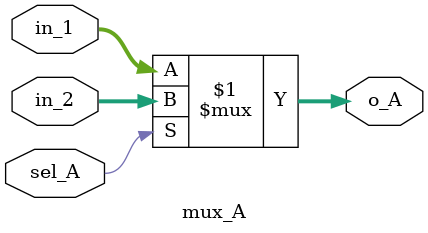
<source format=v>
`timescale 1ns / 1ps

`define MUX_WIDTH 8 
module mux_A(
in_1 , in_2 , o_A, sel_A 
    );
  
 input sel_A ;
 input [`MUX_WIDTH-1:0] in_1 , in_2 ; 
 output[`MUX_WIDTH-1:0] o_A ;  
 
 assign o_A = sel_A ? in_2 :in_1 ;
 
endmodule

</source>
